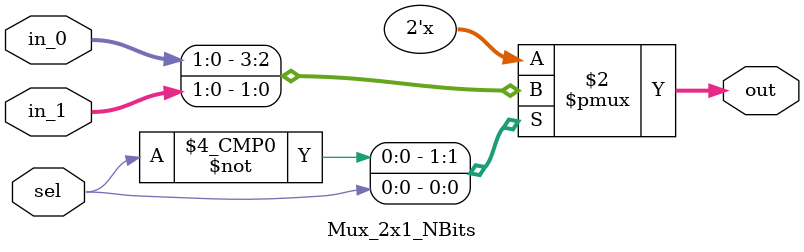
<source format=v>
module Mux_2x1_NBits #(
    parameter Bits = 2
)
(
    input [0:0] sel,
    input [(Bits - 1):0] in_0,
    input [(Bits - 1):0] in_1,
    output reg [(Bits - 1):0] out
);
    always @ (*) begin
        case (sel)
            1'h0: out = in_0;
            1'h1: out = in_1;
            default:
                out = 'h0;
        endcase
    end
endmodule
</source>
